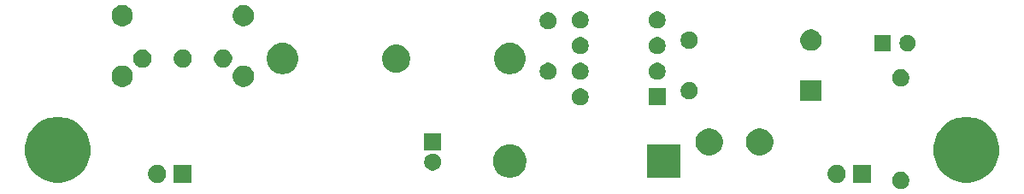
<source format=gbs>
G04 #@! TF.GenerationSoftware,KiCad,Pcbnew,(5.1.5)-2*
G04 #@! TF.CreationDate,2020-02-21T18:19:01+01:00*
G04 #@! TF.ProjectId,DC,44432e6b-6963-4616-945f-706362585858,V1.0*
G04 #@! TF.SameCoordinates,PXe4e1c0PY2160ec0*
G04 #@! TF.FileFunction,Soldermask,Bot*
G04 #@! TF.FilePolarity,Negative*
%FSLAX46Y46*%
G04 Gerber Fmt 4.6, Leading zero omitted, Abs format (unit mm)*
G04 Created by KiCad (PCBNEW (5.1.5)-2) date 2020-02-21 18:19:01*
%MOMM*%
%LPD*%
G04 APERTURE LIST*
%ADD10C,0.100000*%
G04 APERTURE END LIST*
D10*
G36*
X88753228Y2798297D02*
G01*
X88908100Y2734147D01*
X89047481Y2641015D01*
X89166015Y2522481D01*
X89259147Y2383100D01*
X89323297Y2228228D01*
X89356000Y2063816D01*
X89356000Y1896184D01*
X89323297Y1731772D01*
X89259147Y1576900D01*
X89166015Y1437519D01*
X89047481Y1318985D01*
X88908100Y1225853D01*
X88753228Y1161703D01*
X88588816Y1129000D01*
X88421184Y1129000D01*
X88256772Y1161703D01*
X88101900Y1225853D01*
X87962519Y1318985D01*
X87843985Y1437519D01*
X87750853Y1576900D01*
X87686703Y1731772D01*
X87654000Y1896184D01*
X87654000Y2063816D01*
X87686703Y2228228D01*
X87750853Y2383100D01*
X87843985Y2522481D01*
X87962519Y2641015D01*
X88101900Y2734147D01*
X88256772Y2798297D01*
X88421184Y2831000D01*
X88588816Y2831000D01*
X88753228Y2798297D01*
G37*
G36*
X85596000Y1714000D02*
G01*
X83794000Y1714000D01*
X83794000Y3516000D01*
X85596000Y3516000D01*
X85596000Y1714000D01*
G37*
G36*
X82268512Y3511073D02*
G01*
X82417812Y3481376D01*
X82581784Y3413456D01*
X82729354Y3314853D01*
X82854853Y3189354D01*
X82953456Y3041784D01*
X83021376Y2877812D01*
X83056000Y2703741D01*
X83056000Y2526259D01*
X83021376Y2352188D01*
X82953456Y2188216D01*
X82854853Y2040646D01*
X82729354Y1915147D01*
X82581784Y1816544D01*
X82417812Y1748624D01*
X82268512Y1718927D01*
X82243742Y1714000D01*
X82066258Y1714000D01*
X82041488Y1718927D01*
X81892188Y1748624D01*
X81728216Y1816544D01*
X81580646Y1915147D01*
X81455147Y2040646D01*
X81356544Y2188216D01*
X81288624Y2352188D01*
X81254000Y2526259D01*
X81254000Y2703741D01*
X81288624Y2877812D01*
X81356544Y3041784D01*
X81455147Y3189354D01*
X81580646Y3314853D01*
X81728216Y3413456D01*
X81892188Y3481376D01*
X82041488Y3511073D01*
X82066258Y3516000D01*
X82243742Y3516000D01*
X82268512Y3511073D01*
G37*
G36*
X18286000Y1714000D02*
G01*
X16484000Y1714000D01*
X16484000Y3516000D01*
X18286000Y3516000D01*
X18286000Y1714000D01*
G37*
G36*
X14958512Y3511073D02*
G01*
X15107812Y3481376D01*
X15271784Y3413456D01*
X15419354Y3314853D01*
X15544853Y3189354D01*
X15643456Y3041784D01*
X15711376Y2877812D01*
X15746000Y2703741D01*
X15746000Y2526259D01*
X15711376Y2352188D01*
X15643456Y2188216D01*
X15544853Y2040646D01*
X15419354Y1915147D01*
X15271784Y1816544D01*
X15107812Y1748624D01*
X14958512Y1718927D01*
X14933742Y1714000D01*
X14756258Y1714000D01*
X14731488Y1718927D01*
X14582188Y1748624D01*
X14418216Y1816544D01*
X14270646Y1915147D01*
X14145147Y2040646D01*
X14046544Y2188216D01*
X13978624Y2352188D01*
X13944000Y2526259D01*
X13944000Y2703741D01*
X13978624Y2877812D01*
X14046544Y3041784D01*
X14145147Y3189354D01*
X14270646Y3314853D01*
X14418216Y3413456D01*
X14582188Y3481376D01*
X14731488Y3511073D01*
X14756258Y3516000D01*
X14933742Y3516000D01*
X14958512Y3511073D01*
G37*
G36*
X95634239Y8188533D02*
G01*
X95948282Y8126066D01*
X96539926Y7880999D01*
X97072392Y7525216D01*
X97525216Y7072392D01*
X97880999Y6539926D01*
X98126066Y5948282D01*
X98184018Y5656938D01*
X98251000Y5320197D01*
X98251000Y4679803D01*
X98224016Y4544148D01*
X98126066Y4051718D01*
X97880999Y3460074D01*
X97642381Y3102958D01*
X97554680Y2971703D01*
X97525216Y2927608D01*
X97072392Y2474784D01*
X96539926Y2119001D01*
X95948282Y1873934D01*
X95659763Y1816544D01*
X95320197Y1749000D01*
X94679803Y1749000D01*
X94340237Y1816544D01*
X94051718Y1873934D01*
X93460074Y2119001D01*
X92927608Y2474784D01*
X92474784Y2927608D01*
X92445321Y2971703D01*
X92357619Y3102958D01*
X92119001Y3460074D01*
X91873934Y4051718D01*
X91775984Y4544148D01*
X91749000Y4679803D01*
X91749000Y5320197D01*
X91815982Y5656938D01*
X91873934Y5948282D01*
X92119001Y6539926D01*
X92474784Y7072392D01*
X92927608Y7525216D01*
X93460074Y7880999D01*
X94051718Y8126066D01*
X94365761Y8188533D01*
X94679803Y8251000D01*
X95320197Y8251000D01*
X95634239Y8188533D01*
G37*
G36*
X5634239Y8188533D02*
G01*
X5948282Y8126066D01*
X6539926Y7880999D01*
X7072392Y7525216D01*
X7525216Y7072392D01*
X7880999Y6539926D01*
X8126066Y5948282D01*
X8184018Y5656938D01*
X8251000Y5320197D01*
X8251000Y4679803D01*
X8224016Y4544148D01*
X8126066Y4051718D01*
X7880999Y3460074D01*
X7642381Y3102958D01*
X7554680Y2971703D01*
X7525216Y2927608D01*
X7072392Y2474784D01*
X6539926Y2119001D01*
X5948282Y1873934D01*
X5659763Y1816544D01*
X5320197Y1749000D01*
X4679803Y1749000D01*
X4340237Y1816544D01*
X4051718Y1873934D01*
X3460074Y2119001D01*
X2927608Y2474784D01*
X2474784Y2927608D01*
X2445321Y2971703D01*
X2357619Y3102958D01*
X2119001Y3460074D01*
X1873934Y4051718D01*
X1775984Y4544148D01*
X1749000Y4679803D01*
X1749000Y5320197D01*
X1815982Y5656938D01*
X1873934Y5948282D01*
X2119001Y6539926D01*
X2474784Y7072392D01*
X2927608Y7525216D01*
X3460074Y7880999D01*
X4051718Y8126066D01*
X4365761Y8188533D01*
X4679803Y8251000D01*
X5320197Y8251000D01*
X5634239Y8188533D01*
G37*
G36*
X66661000Y2234000D02*
G01*
X63359000Y2234000D01*
X63359000Y5536000D01*
X66661000Y5536000D01*
X66661000Y2234000D01*
G37*
G36*
X50145256Y5493702D02*
G01*
X50251579Y5472553D01*
X50552042Y5348097D01*
X50822451Y5167415D01*
X51052415Y4937451D01*
X51224570Y4679803D01*
X51233098Y4667040D01*
X51269550Y4579037D01*
X51357553Y4366579D01*
X51364336Y4332480D01*
X51421000Y4047611D01*
X51421000Y3722389D01*
X51379946Y3516000D01*
X51357553Y3403421D01*
X51233097Y3102958D01*
X51052415Y2832549D01*
X50822451Y2602585D01*
X50552042Y2421903D01*
X50251579Y2297447D01*
X50145256Y2276298D01*
X49932611Y2234000D01*
X49607389Y2234000D01*
X49394744Y2276298D01*
X49288421Y2297447D01*
X48987958Y2421903D01*
X48717549Y2602585D01*
X48487585Y2832549D01*
X48306903Y3102958D01*
X48182447Y3403421D01*
X48160054Y3516000D01*
X48119000Y3722389D01*
X48119000Y4047611D01*
X48175664Y4332480D01*
X48182447Y4366579D01*
X48270450Y4579037D01*
X48306902Y4667040D01*
X48315430Y4679803D01*
X48487585Y4937451D01*
X48717549Y5167415D01*
X48987958Y5348097D01*
X49288421Y5472553D01*
X49394744Y5493702D01*
X49607389Y5536000D01*
X49932611Y5536000D01*
X50145256Y5493702D01*
G37*
G36*
X42398228Y4608297D02*
G01*
X42553100Y4544147D01*
X42692481Y4451015D01*
X42811015Y4332481D01*
X42904147Y4193100D01*
X42968297Y4038228D01*
X43001000Y3873816D01*
X43001000Y3706184D01*
X42968297Y3541772D01*
X42904147Y3386900D01*
X42811015Y3247519D01*
X42692481Y3128985D01*
X42553100Y3035853D01*
X42398228Y2971703D01*
X42233816Y2939000D01*
X42066184Y2939000D01*
X41901772Y2971703D01*
X41746900Y3035853D01*
X41607519Y3128985D01*
X41488985Y3247519D01*
X41395853Y3386900D01*
X41331703Y3541772D01*
X41299000Y3706184D01*
X41299000Y3873816D01*
X41331703Y4038228D01*
X41395853Y4193100D01*
X41488985Y4332481D01*
X41607519Y4451015D01*
X41746900Y4544147D01*
X41901772Y4608297D01*
X42066184Y4641000D01*
X42233816Y4641000D01*
X42398228Y4608297D01*
G37*
G36*
X74929072Y7089082D02*
G01*
X75174939Y6987241D01*
X75286328Y6912813D01*
X75396211Y6839391D01*
X75584391Y6651211D01*
X75732242Y6429937D01*
X75834082Y6184072D01*
X75886000Y5923063D01*
X75886000Y5656937D01*
X75834082Y5395928D01*
X75732242Y5150063D01*
X75590179Y4937451D01*
X75584390Y4928788D01*
X75396212Y4740610D01*
X75174939Y4592759D01*
X75174938Y4592758D01*
X75174937Y4592758D01*
X74929072Y4490918D01*
X74668063Y4439000D01*
X74401937Y4439000D01*
X74140928Y4490918D01*
X73895063Y4592758D01*
X73895062Y4592758D01*
X73895061Y4592759D01*
X73673788Y4740610D01*
X73485610Y4928788D01*
X73479822Y4937451D01*
X73337758Y5150063D01*
X73235918Y5395928D01*
X73184000Y5656937D01*
X73184000Y5923063D01*
X73235918Y6184072D01*
X73337758Y6429937D01*
X73485609Y6651211D01*
X73673789Y6839391D01*
X73783672Y6912813D01*
X73895061Y6987241D01*
X74140928Y7089082D01*
X74401937Y7141000D01*
X74668063Y7141000D01*
X74929072Y7089082D01*
G37*
G36*
X69929072Y7089082D02*
G01*
X70174939Y6987241D01*
X70286328Y6912813D01*
X70396211Y6839391D01*
X70584391Y6651211D01*
X70732242Y6429937D01*
X70834082Y6184072D01*
X70886000Y5923063D01*
X70886000Y5656937D01*
X70834082Y5395928D01*
X70732242Y5150063D01*
X70590179Y4937451D01*
X70584390Y4928788D01*
X70396212Y4740610D01*
X70174939Y4592759D01*
X70174938Y4592758D01*
X70174937Y4592758D01*
X69929072Y4490918D01*
X69668063Y4439000D01*
X69401937Y4439000D01*
X69140928Y4490918D01*
X68895063Y4592758D01*
X68895062Y4592758D01*
X68895061Y4592759D01*
X68673788Y4740610D01*
X68485610Y4928788D01*
X68479822Y4937451D01*
X68337758Y5150063D01*
X68235918Y5395928D01*
X68184000Y5656937D01*
X68184000Y5923063D01*
X68235918Y6184072D01*
X68337758Y6429937D01*
X68485609Y6651211D01*
X68673789Y6839391D01*
X68783672Y6912813D01*
X68895061Y6987241D01*
X69140928Y7089082D01*
X69401937Y7141000D01*
X69668063Y7141000D01*
X69929072Y7089082D01*
G37*
G36*
X43001000Y4939000D02*
G01*
X41299000Y4939000D01*
X41299000Y6641000D01*
X43001000Y6641000D01*
X43001000Y4939000D01*
G37*
G36*
X65226000Y9384000D02*
G01*
X63524000Y9384000D01*
X63524000Y11086000D01*
X65226000Y11086000D01*
X65226000Y9384000D01*
G37*
G36*
X57003228Y11053297D02*
G01*
X57158100Y10989147D01*
X57297481Y10896015D01*
X57416015Y10777481D01*
X57509147Y10638100D01*
X57573297Y10483228D01*
X57606000Y10318816D01*
X57606000Y10151184D01*
X57573297Y9986772D01*
X57509147Y9831900D01*
X57416015Y9692519D01*
X57297481Y9573985D01*
X57158100Y9480853D01*
X57003228Y9416703D01*
X56838816Y9384000D01*
X56671184Y9384000D01*
X56506772Y9416703D01*
X56351900Y9480853D01*
X56212519Y9573985D01*
X56093985Y9692519D01*
X56000853Y9831900D01*
X55936703Y9986772D01*
X55904000Y10151184D01*
X55904000Y10318816D01*
X55936703Y10483228D01*
X56000853Y10638100D01*
X56093985Y10777481D01*
X56212519Y10896015D01*
X56351900Y10989147D01*
X56506772Y11053297D01*
X56671184Y11086000D01*
X56838816Y11086000D01*
X57003228Y11053297D01*
G37*
G36*
X80666000Y9819000D02*
G01*
X78564000Y9819000D01*
X78564000Y11921000D01*
X80666000Y11921000D01*
X80666000Y9819000D01*
G37*
G36*
X67798228Y11688297D02*
G01*
X67953100Y11624147D01*
X68092481Y11531015D01*
X68211015Y11412481D01*
X68304147Y11273100D01*
X68368297Y11118228D01*
X68401000Y10953816D01*
X68401000Y10786184D01*
X68368297Y10621772D01*
X68304147Y10466900D01*
X68211015Y10327519D01*
X68092481Y10208985D01*
X67953100Y10115853D01*
X67798228Y10051703D01*
X67633816Y10019000D01*
X67466184Y10019000D01*
X67301772Y10051703D01*
X67146900Y10115853D01*
X67007519Y10208985D01*
X66888985Y10327519D01*
X66795853Y10466900D01*
X66731703Y10621772D01*
X66699000Y10786184D01*
X66699000Y10953816D01*
X66731703Y11118228D01*
X66795853Y11273100D01*
X66888985Y11412481D01*
X67007519Y11531015D01*
X67146900Y11624147D01*
X67301772Y11688297D01*
X67466184Y11721000D01*
X67633816Y11721000D01*
X67798228Y11688297D01*
G37*
G36*
X11691564Y13305611D02*
G01*
X11882833Y13226385D01*
X11882835Y13226384D01*
X12054973Y13111365D01*
X12201365Y12964973D01*
X12284696Y12840260D01*
X12316385Y12792833D01*
X12395611Y12601564D01*
X12436000Y12398516D01*
X12436000Y12191484D01*
X12395611Y11988436D01*
X12355571Y11891771D01*
X12316384Y11797165D01*
X12201365Y11625027D01*
X12054973Y11478635D01*
X11882835Y11363616D01*
X11882834Y11363615D01*
X11882833Y11363615D01*
X11691564Y11284389D01*
X11488516Y11244000D01*
X11281484Y11244000D01*
X11078436Y11284389D01*
X10887167Y11363615D01*
X10887166Y11363615D01*
X10887165Y11363616D01*
X10715027Y11478635D01*
X10568635Y11625027D01*
X10453616Y11797165D01*
X10414429Y11891771D01*
X10374389Y11988436D01*
X10334000Y12191484D01*
X10334000Y12398516D01*
X10374389Y12601564D01*
X10453615Y12792833D01*
X10485305Y12840260D01*
X10568635Y12964973D01*
X10715027Y13111365D01*
X10887165Y13226384D01*
X10887167Y13226385D01*
X11078436Y13305611D01*
X11281484Y13346000D01*
X11488516Y13346000D01*
X11691564Y13305611D01*
G37*
G36*
X23691564Y13305611D02*
G01*
X23882833Y13226385D01*
X23882835Y13226384D01*
X24054973Y13111365D01*
X24201365Y12964973D01*
X24284696Y12840260D01*
X24316385Y12792833D01*
X24395611Y12601564D01*
X24436000Y12398516D01*
X24436000Y12191484D01*
X24395611Y11988436D01*
X24355571Y11891771D01*
X24316384Y11797165D01*
X24201365Y11625027D01*
X24054973Y11478635D01*
X23882835Y11363616D01*
X23882834Y11363615D01*
X23882833Y11363615D01*
X23691564Y11284389D01*
X23488516Y11244000D01*
X23281484Y11244000D01*
X23078436Y11284389D01*
X22887167Y11363615D01*
X22887166Y11363615D01*
X22887165Y11363616D01*
X22715027Y11478635D01*
X22568635Y11625027D01*
X22453616Y11797165D01*
X22414429Y11891771D01*
X22374389Y11988436D01*
X22334000Y12191484D01*
X22334000Y12398516D01*
X22374389Y12601564D01*
X22453615Y12792833D01*
X22485305Y12840260D01*
X22568635Y12964973D01*
X22715027Y13111365D01*
X22887165Y13226384D01*
X22887167Y13226385D01*
X23078436Y13305611D01*
X23281484Y13346000D01*
X23488516Y13346000D01*
X23691564Y13305611D01*
G37*
G36*
X88753228Y12958297D02*
G01*
X88908100Y12894147D01*
X89047481Y12801015D01*
X89166015Y12682481D01*
X89259147Y12543100D01*
X89323297Y12388228D01*
X89356000Y12223816D01*
X89356000Y12056184D01*
X89323297Y11891772D01*
X89259147Y11736900D01*
X89166015Y11597519D01*
X89047481Y11478985D01*
X88908100Y11385853D01*
X88753228Y11321703D01*
X88588816Y11289000D01*
X88421184Y11289000D01*
X88256772Y11321703D01*
X88101900Y11385853D01*
X87962519Y11478985D01*
X87843985Y11597519D01*
X87750853Y11736900D01*
X87686703Y11891772D01*
X87654000Y12056184D01*
X87654000Y12223816D01*
X87686703Y12388228D01*
X87750853Y12543100D01*
X87843985Y12682481D01*
X87962519Y12801015D01*
X88101900Y12894147D01*
X88256772Y12958297D01*
X88421184Y12991000D01*
X88588816Y12991000D01*
X88753228Y12958297D01*
G37*
G36*
X64623228Y13593297D02*
G01*
X64778100Y13529147D01*
X64917481Y13436015D01*
X65036015Y13317481D01*
X65129147Y13178100D01*
X65193297Y13023228D01*
X65226000Y12858816D01*
X65226000Y12691184D01*
X65193297Y12526772D01*
X65129147Y12371900D01*
X65036015Y12232519D01*
X64917481Y12113985D01*
X64778100Y12020853D01*
X64623228Y11956703D01*
X64458816Y11924000D01*
X64291184Y11924000D01*
X64126772Y11956703D01*
X63971900Y12020853D01*
X63832519Y12113985D01*
X63713985Y12232519D01*
X63620853Y12371900D01*
X63556703Y12526772D01*
X63524000Y12691184D01*
X63524000Y12858816D01*
X63556703Y13023228D01*
X63620853Y13178100D01*
X63713985Y13317481D01*
X63832519Y13436015D01*
X63971900Y13529147D01*
X64126772Y13593297D01*
X64291184Y13626000D01*
X64458816Y13626000D01*
X64623228Y13593297D01*
G37*
G36*
X53828228Y13593297D02*
G01*
X53983100Y13529147D01*
X54122481Y13436015D01*
X54241015Y13317481D01*
X54334147Y13178100D01*
X54398297Y13023228D01*
X54431000Y12858816D01*
X54431000Y12691184D01*
X54398297Y12526772D01*
X54334147Y12371900D01*
X54241015Y12232519D01*
X54122481Y12113985D01*
X53983100Y12020853D01*
X53828228Y11956703D01*
X53663816Y11924000D01*
X53496184Y11924000D01*
X53331772Y11956703D01*
X53176900Y12020853D01*
X53037519Y12113985D01*
X52918985Y12232519D01*
X52825853Y12371900D01*
X52761703Y12526772D01*
X52729000Y12691184D01*
X52729000Y12858816D01*
X52761703Y13023228D01*
X52825853Y13178100D01*
X52918985Y13317481D01*
X53037519Y13436015D01*
X53176900Y13529147D01*
X53331772Y13593297D01*
X53496184Y13626000D01*
X53663816Y13626000D01*
X53828228Y13593297D01*
G37*
G36*
X57003228Y13593297D02*
G01*
X57158100Y13529147D01*
X57297481Y13436015D01*
X57416015Y13317481D01*
X57509147Y13178100D01*
X57573297Y13023228D01*
X57606000Y12858816D01*
X57606000Y12691184D01*
X57573297Y12526772D01*
X57509147Y12371900D01*
X57416015Y12232519D01*
X57297481Y12113985D01*
X57158100Y12020853D01*
X57003228Y11956703D01*
X56838816Y11924000D01*
X56671184Y11924000D01*
X56506772Y11956703D01*
X56351900Y12020853D01*
X56212519Y12113985D01*
X56093985Y12232519D01*
X56000853Y12371900D01*
X55936703Y12526772D01*
X55904000Y12691184D01*
X55904000Y12858816D01*
X55936703Y13023228D01*
X56000853Y13178100D01*
X56093985Y13317481D01*
X56212519Y13436015D01*
X56351900Y13529147D01*
X56506772Y13593297D01*
X56671184Y13626000D01*
X56838816Y13626000D01*
X57003228Y13593297D01*
G37*
G36*
X50072585Y15566198D02*
G01*
X50222410Y15536396D01*
X50504674Y15419479D01*
X50758705Y15249741D01*
X50974741Y15033705D01*
X51144479Y14779674D01*
X51261396Y14497410D01*
X51321000Y14197760D01*
X51321000Y13892240D01*
X51261396Y13592590D01*
X51144479Y13310326D01*
X50974741Y13056295D01*
X50758705Y12840259D01*
X50504674Y12670521D01*
X50222410Y12553604D01*
X50087516Y12526772D01*
X49922761Y12494000D01*
X49617239Y12494000D01*
X49452484Y12526772D01*
X49317590Y12553604D01*
X49035326Y12670521D01*
X48781295Y12840259D01*
X48565259Y13056295D01*
X48395521Y13310326D01*
X48278604Y13592590D01*
X48219000Y13892240D01*
X48219000Y14197760D01*
X48278604Y14497410D01*
X48395521Y14779674D01*
X48565259Y15033705D01*
X48781295Y15249741D01*
X49035326Y15419479D01*
X49317590Y15536396D01*
X49467415Y15566198D01*
X49617239Y15596000D01*
X49922761Y15596000D01*
X50072585Y15566198D01*
G37*
G36*
X27572585Y15566198D02*
G01*
X27722410Y15536396D01*
X28004674Y15419479D01*
X28258705Y15249741D01*
X28474741Y15033705D01*
X28644479Y14779674D01*
X28761396Y14497410D01*
X28821000Y14197760D01*
X28821000Y13892240D01*
X28761396Y13592590D01*
X28644479Y13310326D01*
X28474741Y13056295D01*
X28258705Y12840259D01*
X28004674Y12670521D01*
X27722410Y12553604D01*
X27587516Y12526772D01*
X27422761Y12494000D01*
X27117239Y12494000D01*
X26952484Y12526772D01*
X26817590Y12553604D01*
X26535326Y12670521D01*
X26281295Y12840259D01*
X26065259Y13056295D01*
X25895521Y13310326D01*
X25778604Y13592590D01*
X25719000Y13892240D01*
X25719000Y14197760D01*
X25778604Y14497410D01*
X25895521Y14779674D01*
X26065259Y15033705D01*
X26281295Y15249741D01*
X26535326Y15419479D01*
X26817590Y15536396D01*
X26967415Y15566198D01*
X27117239Y15596000D01*
X27422761Y15596000D01*
X27572585Y15566198D01*
G37*
G36*
X38838433Y15410107D02*
G01*
X38928657Y15392161D01*
X38976926Y15372167D01*
X39183621Y15286551D01*
X39259763Y15235675D01*
X39413086Y15133228D01*
X39608228Y14938086D01*
X39660811Y14859389D01*
X39761551Y14708621D01*
X39798527Y14619353D01*
X39862877Y14464000D01*
X39867161Y14453656D01*
X39921000Y14182988D01*
X39921000Y13907012D01*
X39918061Y13892239D01*
X39867161Y13636343D01*
X39823415Y13530733D01*
X39761551Y13381379D01*
X39718856Y13317481D01*
X39608228Y13151914D01*
X39413086Y12956772D01*
X39319362Y12894148D01*
X39183621Y12803449D01*
X39034267Y12741585D01*
X38928657Y12697839D01*
X38851446Y12682481D01*
X38657988Y12644000D01*
X38382012Y12644000D01*
X38188554Y12682481D01*
X38111343Y12697839D01*
X38005733Y12741585D01*
X37856379Y12803449D01*
X37720638Y12894148D01*
X37626914Y12956772D01*
X37431772Y13151914D01*
X37321144Y13317481D01*
X37278449Y13381379D01*
X37216585Y13530733D01*
X37172839Y13636343D01*
X37121939Y13892239D01*
X37119000Y13907012D01*
X37119000Y14182988D01*
X37172839Y14453656D01*
X37177124Y14464000D01*
X37241473Y14619353D01*
X37278449Y14708621D01*
X37379189Y14859389D01*
X37431772Y14938086D01*
X37626914Y15133228D01*
X37780237Y15235675D01*
X37856379Y15286551D01*
X38063074Y15372167D01*
X38111343Y15392161D01*
X38201567Y15410107D01*
X38382012Y15446000D01*
X38657988Y15446000D01*
X38838433Y15410107D01*
G37*
G36*
X21498512Y14941073D02*
G01*
X21647812Y14911376D01*
X21811784Y14843456D01*
X21959354Y14744853D01*
X22084853Y14619354D01*
X22183456Y14471784D01*
X22251376Y14307812D01*
X22286000Y14133741D01*
X22286000Y13956259D01*
X22251376Y13782188D01*
X22183456Y13618216D01*
X22084853Y13470646D01*
X21959354Y13345147D01*
X21811784Y13246544D01*
X21647812Y13178624D01*
X21513533Y13151915D01*
X21473742Y13144000D01*
X21296258Y13144000D01*
X21256467Y13151915D01*
X21122188Y13178624D01*
X20958216Y13246544D01*
X20810646Y13345147D01*
X20685147Y13470646D01*
X20586544Y13618216D01*
X20518624Y13782188D01*
X20484000Y13956259D01*
X20484000Y14133741D01*
X20518624Y14307812D01*
X20586544Y14471784D01*
X20685147Y14619354D01*
X20810646Y14744853D01*
X20958216Y14843456D01*
X21122188Y14911376D01*
X21271488Y14941073D01*
X21296258Y14946000D01*
X21473742Y14946000D01*
X21498512Y14941073D01*
G37*
G36*
X17498512Y14941073D02*
G01*
X17647812Y14911376D01*
X17811784Y14843456D01*
X17959354Y14744853D01*
X18084853Y14619354D01*
X18183456Y14471784D01*
X18251376Y14307812D01*
X18286000Y14133741D01*
X18286000Y13956259D01*
X18251376Y13782188D01*
X18183456Y13618216D01*
X18084853Y13470646D01*
X17959354Y13345147D01*
X17811784Y13246544D01*
X17647812Y13178624D01*
X17513533Y13151915D01*
X17473742Y13144000D01*
X17296258Y13144000D01*
X17256467Y13151915D01*
X17122188Y13178624D01*
X16958216Y13246544D01*
X16810646Y13345147D01*
X16685147Y13470646D01*
X16586544Y13618216D01*
X16518624Y13782188D01*
X16484000Y13956259D01*
X16484000Y14133741D01*
X16518624Y14307812D01*
X16586544Y14471784D01*
X16685147Y14619354D01*
X16810646Y14744853D01*
X16958216Y14843456D01*
X17122188Y14911376D01*
X17271488Y14941073D01*
X17296258Y14946000D01*
X17473742Y14946000D01*
X17498512Y14941073D01*
G37*
G36*
X13498512Y14941073D02*
G01*
X13647812Y14911376D01*
X13811784Y14843456D01*
X13959354Y14744853D01*
X14084853Y14619354D01*
X14183456Y14471784D01*
X14251376Y14307812D01*
X14286000Y14133741D01*
X14286000Y13956259D01*
X14251376Y13782188D01*
X14183456Y13618216D01*
X14084853Y13470646D01*
X13959354Y13345147D01*
X13811784Y13246544D01*
X13647812Y13178624D01*
X13513533Y13151915D01*
X13473742Y13144000D01*
X13296258Y13144000D01*
X13256467Y13151915D01*
X13122188Y13178624D01*
X12958216Y13246544D01*
X12810646Y13345147D01*
X12685147Y13470646D01*
X12586544Y13618216D01*
X12518624Y13782188D01*
X12484000Y13956259D01*
X12484000Y14133741D01*
X12518624Y14307812D01*
X12586544Y14471784D01*
X12685147Y14619354D01*
X12810646Y14744853D01*
X12958216Y14843456D01*
X13122188Y14911376D01*
X13271488Y14941073D01*
X13296258Y14946000D01*
X13473742Y14946000D01*
X13498512Y14941073D01*
G37*
G36*
X57003228Y16133297D02*
G01*
X57158100Y16069147D01*
X57297481Y15976015D01*
X57416015Y15857481D01*
X57509147Y15718100D01*
X57573297Y15563228D01*
X57606000Y15398816D01*
X57606000Y15231184D01*
X57573297Y15066772D01*
X57509147Y14911900D01*
X57416015Y14772519D01*
X57297481Y14653985D01*
X57158100Y14560853D01*
X57003228Y14496703D01*
X56838816Y14464000D01*
X56671184Y14464000D01*
X56506772Y14496703D01*
X56351900Y14560853D01*
X56212519Y14653985D01*
X56093985Y14772519D01*
X56000853Y14911900D01*
X55936703Y15066772D01*
X55904000Y15231184D01*
X55904000Y15398816D01*
X55936703Y15563228D01*
X56000853Y15718100D01*
X56093985Y15857481D01*
X56212519Y15976015D01*
X56351900Y16069147D01*
X56506772Y16133297D01*
X56671184Y16166000D01*
X56838816Y16166000D01*
X57003228Y16133297D01*
G37*
G36*
X64623228Y16133297D02*
G01*
X64778100Y16069147D01*
X64917481Y15976015D01*
X65036015Y15857481D01*
X65129147Y15718100D01*
X65193297Y15563228D01*
X65226000Y15398816D01*
X65226000Y15231184D01*
X65193297Y15066772D01*
X65129147Y14911900D01*
X65036015Y14772519D01*
X64917481Y14653985D01*
X64778100Y14560853D01*
X64623228Y14496703D01*
X64458816Y14464000D01*
X64291184Y14464000D01*
X64126772Y14496703D01*
X63971900Y14560853D01*
X63832519Y14653985D01*
X63713985Y14772519D01*
X63620853Y14911900D01*
X63556703Y15066772D01*
X63524000Y15231184D01*
X63524000Y15398816D01*
X63556703Y15563228D01*
X63620853Y15718100D01*
X63713985Y15857481D01*
X63832519Y15976015D01*
X63971900Y16069147D01*
X64126772Y16133297D01*
X64291184Y16166000D01*
X64458816Y16166000D01*
X64623228Y16133297D01*
G37*
G36*
X89417142Y16339719D02*
G01*
X89562914Y16279338D01*
X89562916Y16279337D01*
X89694108Y16191678D01*
X89805678Y16080108D01*
X89893337Y15948916D01*
X89893338Y15948914D01*
X89953719Y15803142D01*
X89984500Y15648393D01*
X89984500Y15490607D01*
X89953719Y15335858D01*
X89910362Y15231185D01*
X89893337Y15190084D01*
X89805678Y15058892D01*
X89694108Y14947322D01*
X89562916Y14859663D01*
X89562915Y14859662D01*
X89562914Y14859662D01*
X89417142Y14799281D01*
X89262393Y14768500D01*
X89104607Y14768500D01*
X88949858Y14799281D01*
X88804086Y14859662D01*
X88804085Y14859662D01*
X88804084Y14859663D01*
X88672892Y14947322D01*
X88561322Y15058892D01*
X88473663Y15190084D01*
X88456638Y15231185D01*
X88413281Y15335858D01*
X88382500Y15490607D01*
X88382500Y15648393D01*
X88413281Y15803142D01*
X88473662Y15948914D01*
X88473663Y15948916D01*
X88561322Y16080108D01*
X88672892Y16191678D01*
X88804084Y16279337D01*
X88804086Y16279338D01*
X88949858Y16339719D01*
X89104607Y16370500D01*
X89262393Y16370500D01*
X89417142Y16339719D01*
G37*
G36*
X87484500Y14768500D02*
G01*
X85882500Y14768500D01*
X85882500Y16370500D01*
X87484500Y16370500D01*
X87484500Y14768500D01*
G37*
G36*
X79921564Y16880611D02*
G01*
X80112833Y16801385D01*
X80112835Y16801384D01*
X80233138Y16721000D01*
X80284973Y16686365D01*
X80431365Y16539973D01*
X80546385Y16367833D01*
X80625611Y16176564D01*
X80666000Y15973516D01*
X80666000Y15766484D01*
X80625611Y15563436D01*
X80565982Y15419479D01*
X80546384Y15372165D01*
X80431365Y15200027D01*
X80284973Y15053635D01*
X80112835Y14938616D01*
X80112834Y14938615D01*
X80112833Y14938615D01*
X79921564Y14859389D01*
X79718516Y14819000D01*
X79511484Y14819000D01*
X79308436Y14859389D01*
X79117167Y14938615D01*
X79117166Y14938615D01*
X79117165Y14938616D01*
X78945027Y15053635D01*
X78798635Y15200027D01*
X78683616Y15372165D01*
X78664018Y15419479D01*
X78604389Y15563436D01*
X78564000Y15766484D01*
X78564000Y15973516D01*
X78604389Y16176564D01*
X78683615Y16367833D01*
X78798635Y16539973D01*
X78945027Y16686365D01*
X78996862Y16721000D01*
X79117165Y16801384D01*
X79117167Y16801385D01*
X79308436Y16880611D01*
X79511484Y16921000D01*
X79718516Y16921000D01*
X79921564Y16880611D01*
G37*
G36*
X67798228Y16688297D02*
G01*
X67953100Y16624147D01*
X68092481Y16531015D01*
X68211015Y16412481D01*
X68304147Y16273100D01*
X68368297Y16118228D01*
X68401000Y15953816D01*
X68401000Y15786184D01*
X68368297Y15621772D01*
X68304147Y15466900D01*
X68211015Y15327519D01*
X68092481Y15208985D01*
X67953100Y15115853D01*
X67798228Y15051703D01*
X67633816Y15019000D01*
X67466184Y15019000D01*
X67301772Y15051703D01*
X67146900Y15115853D01*
X67007519Y15208985D01*
X66888985Y15327519D01*
X66795853Y15466900D01*
X66731703Y15621772D01*
X66699000Y15786184D01*
X66699000Y15953816D01*
X66731703Y16118228D01*
X66795853Y16273100D01*
X66888985Y16412481D01*
X67007519Y16531015D01*
X67146900Y16624147D01*
X67301772Y16688297D01*
X67466184Y16721000D01*
X67633816Y16721000D01*
X67798228Y16688297D01*
G37*
G36*
X53828228Y18593297D02*
G01*
X53983100Y18529147D01*
X54122481Y18436015D01*
X54241015Y18317481D01*
X54334147Y18178100D01*
X54398297Y18023228D01*
X54431000Y17858816D01*
X54431000Y17691184D01*
X54398297Y17526772D01*
X54334147Y17371900D01*
X54241015Y17232519D01*
X54122481Y17113985D01*
X53983100Y17020853D01*
X53828228Y16956703D01*
X53663816Y16924000D01*
X53496184Y16924000D01*
X53331772Y16956703D01*
X53176900Y17020853D01*
X53037519Y17113985D01*
X52918985Y17232519D01*
X52825853Y17371900D01*
X52761703Y17526772D01*
X52729000Y17691184D01*
X52729000Y17858816D01*
X52761703Y18023228D01*
X52825853Y18178100D01*
X52918985Y18317481D01*
X53037519Y18436015D01*
X53176900Y18529147D01*
X53331772Y18593297D01*
X53496184Y18626000D01*
X53663816Y18626000D01*
X53828228Y18593297D01*
G37*
G36*
X64623228Y18673297D02*
G01*
X64778100Y18609147D01*
X64917481Y18516015D01*
X65036015Y18397481D01*
X65129147Y18258100D01*
X65193297Y18103228D01*
X65226000Y17938816D01*
X65226000Y17771184D01*
X65193297Y17606772D01*
X65129147Y17451900D01*
X65036015Y17312519D01*
X64917481Y17193985D01*
X64778100Y17100853D01*
X64623228Y17036703D01*
X64458816Y17004000D01*
X64291184Y17004000D01*
X64126772Y17036703D01*
X63971900Y17100853D01*
X63832519Y17193985D01*
X63713985Y17312519D01*
X63620853Y17451900D01*
X63556703Y17606772D01*
X63524000Y17771184D01*
X63524000Y17938816D01*
X63556703Y18103228D01*
X63620853Y18258100D01*
X63713985Y18397481D01*
X63832519Y18516015D01*
X63971900Y18609147D01*
X64126772Y18673297D01*
X64291184Y18706000D01*
X64458816Y18706000D01*
X64623228Y18673297D01*
G37*
G36*
X57003228Y18673297D02*
G01*
X57158100Y18609147D01*
X57297481Y18516015D01*
X57416015Y18397481D01*
X57509147Y18258100D01*
X57573297Y18103228D01*
X57606000Y17938816D01*
X57606000Y17771184D01*
X57573297Y17606772D01*
X57509147Y17451900D01*
X57416015Y17312519D01*
X57297481Y17193985D01*
X57158100Y17100853D01*
X57003228Y17036703D01*
X56838816Y17004000D01*
X56671184Y17004000D01*
X56506772Y17036703D01*
X56351900Y17100853D01*
X56212519Y17193985D01*
X56093985Y17312519D01*
X56000853Y17451900D01*
X55936703Y17606772D01*
X55904000Y17771184D01*
X55904000Y17938816D01*
X55936703Y18103228D01*
X56000853Y18258100D01*
X56093985Y18397481D01*
X56212519Y18516015D01*
X56351900Y18609147D01*
X56506772Y18673297D01*
X56671184Y18706000D01*
X56838816Y18706000D01*
X57003228Y18673297D01*
G37*
G36*
X23691564Y19305611D02*
G01*
X23882833Y19226385D01*
X23882835Y19226384D01*
X24054973Y19111365D01*
X24201365Y18964973D01*
X24316385Y18792833D01*
X24395611Y18601564D01*
X24436000Y18398516D01*
X24436000Y18191484D01*
X24395611Y17988436D01*
X24341920Y17858815D01*
X24316384Y17797165D01*
X24201365Y17625027D01*
X24054973Y17478635D01*
X23882835Y17363616D01*
X23882834Y17363615D01*
X23882833Y17363615D01*
X23691564Y17284389D01*
X23488516Y17244000D01*
X23281484Y17244000D01*
X23078436Y17284389D01*
X22887167Y17363615D01*
X22887166Y17363615D01*
X22887165Y17363616D01*
X22715027Y17478635D01*
X22568635Y17625027D01*
X22453616Y17797165D01*
X22428080Y17858815D01*
X22374389Y17988436D01*
X22334000Y18191484D01*
X22334000Y18398516D01*
X22374389Y18601564D01*
X22453615Y18792833D01*
X22568635Y18964973D01*
X22715027Y19111365D01*
X22887165Y19226384D01*
X22887167Y19226385D01*
X23078436Y19305611D01*
X23281484Y19346000D01*
X23488516Y19346000D01*
X23691564Y19305611D01*
G37*
G36*
X11691564Y19305611D02*
G01*
X11882833Y19226385D01*
X11882835Y19226384D01*
X12054973Y19111365D01*
X12201365Y18964973D01*
X12316385Y18792833D01*
X12395611Y18601564D01*
X12436000Y18398516D01*
X12436000Y18191484D01*
X12395611Y17988436D01*
X12341920Y17858815D01*
X12316384Y17797165D01*
X12201365Y17625027D01*
X12054973Y17478635D01*
X11882835Y17363616D01*
X11882834Y17363615D01*
X11882833Y17363615D01*
X11691564Y17284389D01*
X11488516Y17244000D01*
X11281484Y17244000D01*
X11078436Y17284389D01*
X10887167Y17363615D01*
X10887166Y17363615D01*
X10887165Y17363616D01*
X10715027Y17478635D01*
X10568635Y17625027D01*
X10453616Y17797165D01*
X10428080Y17858815D01*
X10374389Y17988436D01*
X10334000Y18191484D01*
X10334000Y18398516D01*
X10374389Y18601564D01*
X10453615Y18792833D01*
X10568635Y18964973D01*
X10715027Y19111365D01*
X10887165Y19226384D01*
X10887167Y19226385D01*
X11078436Y19305611D01*
X11281484Y19346000D01*
X11488516Y19346000D01*
X11691564Y19305611D01*
G37*
M02*

</source>
